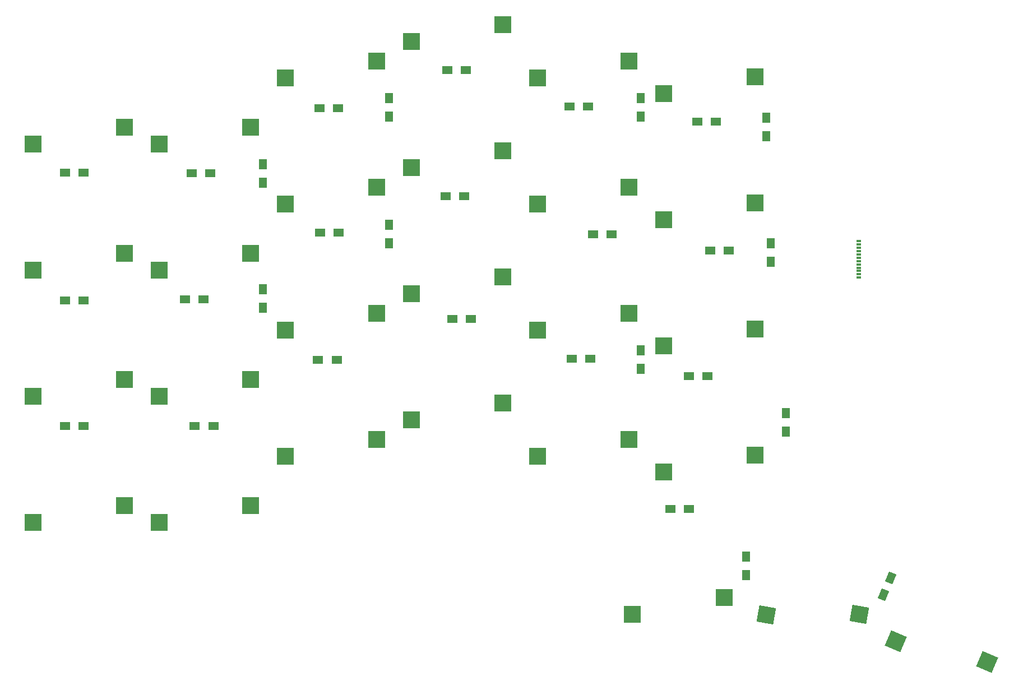
<source format=gbp>
G04 #@! TF.GenerationSoftware,KiCad,Pcbnew,8.0.8*
G04 #@! TF.CreationDate,2025-01-28T12:57:42+10:00*
G04 #@! TF.ProjectId,wetsocks54k,77657473-6f63-46b7-9335-346b2e6b6963,2*
G04 #@! TF.SameCoordinates,Original*
G04 #@! TF.FileFunction,Paste,Bot*
G04 #@! TF.FilePolarity,Positive*
%FSLAX46Y46*%
G04 Gerber Fmt 4.6, Leading zero omitted, Abs format (unit mm)*
G04 Created by KiCad (PCBNEW 8.0.8) date 2025-01-28 12:57:42*
%MOMM*%
%LPD*%
G01*
G04 APERTURE LIST*
G04 Aperture macros list*
%AMRotRect*
0 Rectangle, with rotation*
0 The origin of the aperture is its center*
0 $1 length*
0 $2 width*
0 $3 Rotation angle, in degrees counterclockwise*
0 Add horizontal line*
21,1,$1,$2,0,0,$3*%
G04 Aperture macros list end*
%ADD10R,1.600000X1.200000*%
%ADD11R,2.550000X2.500000*%
%ADD12R,1.200000X1.600000*%
%ADD13RotRect,1.600000X1.200000X67.000000*%
%ADD14RotRect,2.550000X2.500000X350.000000*%
%ADD15RotRect,2.550000X2.500000X337.000000*%
%ADD16R,0.700000X0.300000*%
G04 APERTURE END LIST*
D10*
X136008600Y-129035000D03*
X138808600Y-129035000D03*
X102258600Y-62785000D03*
X105058600Y-62785000D03*
D11*
X130245000Y-144945000D03*
X144095000Y-142405000D03*
X77768600Y-63945000D03*
X91618600Y-61405000D03*
D12*
X93458600Y-66965000D03*
X93458600Y-69765000D03*
X74458600Y-76965000D03*
X74458600Y-79765000D03*
D10*
X103058600Y-100365000D03*
X105858600Y-100365000D03*
X63658600Y-78365000D03*
X66458600Y-78365000D03*
D12*
X131458600Y-105135000D03*
X131458600Y-107935000D03*
D11*
X134918600Y-104465000D03*
X148768600Y-101925000D03*
D10*
X82758600Y-106535000D03*
X85558600Y-106535000D03*
D11*
X134918600Y-66365000D03*
X148768600Y-63825000D03*
D10*
X44508600Y-116535000D03*
X47308600Y-116535000D03*
D11*
X115868600Y-121095000D03*
X129718600Y-118555000D03*
X96818600Y-115595000D03*
X110668600Y-113055000D03*
D12*
X93458600Y-86135000D03*
X93458600Y-88935000D03*
D10*
X138758600Y-109035000D03*
X141558600Y-109035000D03*
D12*
X74458600Y-95885000D03*
X74458600Y-98685000D03*
D10*
X120758600Y-68285000D03*
X123558600Y-68285000D03*
X44508600Y-97535000D03*
X47308600Y-97535000D03*
D11*
X96818600Y-96545000D03*
X110668600Y-94005000D03*
D10*
X142008600Y-90035000D03*
X144808600Y-90035000D03*
D11*
X77768600Y-82995000D03*
X91618600Y-80455000D03*
D10*
X124258600Y-87535000D03*
X127058600Y-87535000D03*
D11*
X39668600Y-131095000D03*
X53518600Y-128555000D03*
X115868600Y-63945000D03*
X129718600Y-61405000D03*
X39668600Y-92995000D03*
X53518600Y-90455000D03*
X134918600Y-123515000D03*
X148768600Y-120975000D03*
D10*
X44508600Y-78285000D03*
X47308600Y-78285000D03*
D11*
X58718600Y-112045000D03*
X72568600Y-109505000D03*
X39668600Y-73945000D03*
X53518600Y-71405000D03*
X77768600Y-102045000D03*
X91618600Y-99505000D03*
X58718600Y-73945000D03*
X72568601Y-71405000D03*
D10*
X83058600Y-87365000D03*
X85858600Y-87365000D03*
D12*
X147408600Y-136285000D03*
X147408600Y-139085000D03*
D13*
X169252648Y-139457586D03*
X168158600Y-142035000D03*
D12*
X150458600Y-69965000D03*
X150458600Y-72765000D03*
D11*
X58718600Y-92995000D03*
X72568600Y-90455000D03*
D14*
X150412466Y-145045576D03*
X164493120Y-144949192D03*
D12*
X151158600Y-88965000D03*
X151158600Y-91765000D03*
D11*
X58718600Y-131095000D03*
X72568600Y-128555000D03*
X96818600Y-77495000D03*
X110668600Y-74955000D03*
X134918600Y-85415000D03*
X148768600Y-82875000D03*
D10*
X102058600Y-81785000D03*
X104858600Y-81785000D03*
D11*
X115868600Y-102045000D03*
X129718600Y-99505000D03*
D15*
X170035110Y-149069174D03*
X183776560Y-152142718D03*
D11*
X77768600Y-121095000D03*
X91618600Y-118555000D03*
X39668600Y-112045000D03*
X53518600Y-109505000D03*
D10*
X140058600Y-70535000D03*
X142858600Y-70535000D03*
D11*
X96818600Y-58445000D03*
X110668600Y-55905000D03*
X115868600Y-82995000D03*
X129718600Y-80455000D03*
D10*
X121058600Y-106365000D03*
X123858600Y-106365000D03*
X62658600Y-97365000D03*
X65458600Y-97365000D03*
X83008600Y-68535000D03*
X85808600Y-68535000D03*
X64133264Y-116535000D03*
X66933264Y-116535000D03*
D12*
X131458600Y-66965000D03*
X131458600Y-69765000D03*
X153458600Y-114565000D03*
X153458600Y-117365000D03*
D16*
X164438600Y-88615000D03*
X164438600Y-89115000D03*
X164438600Y-89615000D03*
X164438600Y-90115000D03*
X164438600Y-90615000D03*
X164438600Y-91115000D03*
X164438600Y-91615000D03*
X164438600Y-92115000D03*
X164438600Y-92615000D03*
X164438600Y-93115000D03*
X164438600Y-93615000D03*
X164438600Y-94115000D03*
M02*

</source>
